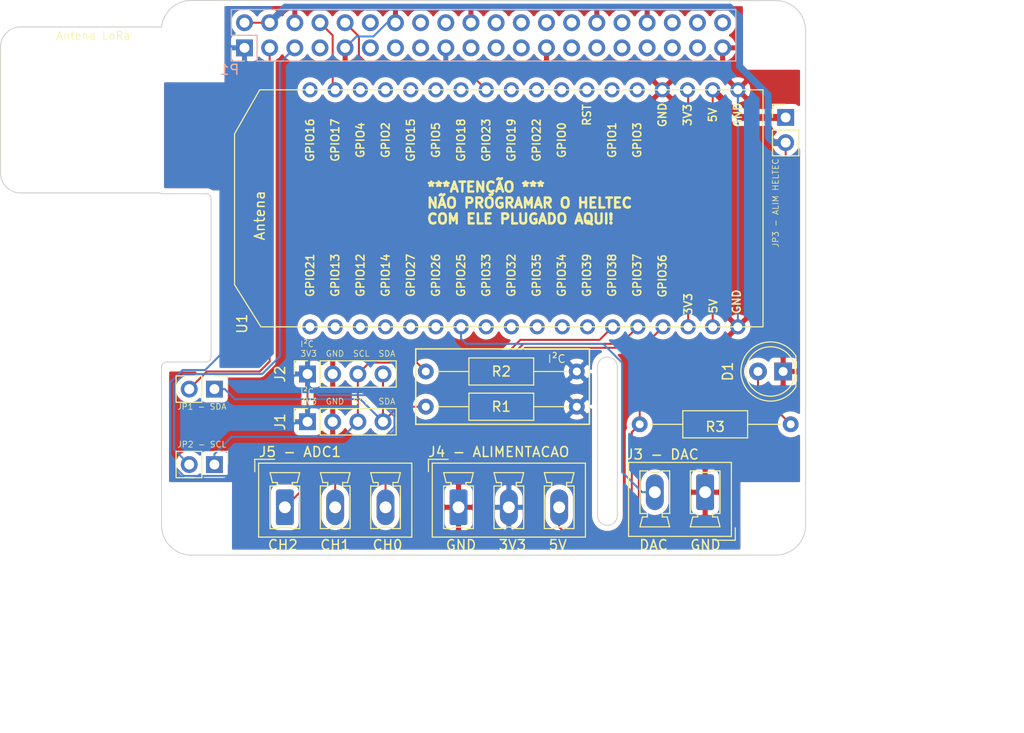
<source format=kicad_pcb>
(kicad_pcb (version 20171130) (host pcbnew 5.1.5+dfsg1-2build2)
  (title_block (date "15 nov 2012"))
  (layers (0 F.Cu signal) (31 B.Cu signal) (34 B.Paste user) (35 F.Paste user) (36 B.SilkS user) (37 F.SilkS user) (38 B.Mask user) (39 F.Mask user) (44 Edge.Cuts user))
  (net 0 "")
  (net 1 +3V3)
  (net 2 +5V)
  (net 3 GND)
  (net 4 "/GPIO2(SDA1)")
  (net 5 "/GPIO3(SCL1)")
  (net 6 "Net-(D1-Pad2)")
  (net 7 I2C_SCL)
  (net 8 I2C_SDA)
  (net 9 DAC_OUTPUT)
  (net 10 ADC1_CH_2)
  (net 11 ADC1_CH_1)
  (net 12 ADC1_CH_0)
  (net 13 "Net-(JP3-Pad1)")
  (net 14 HELTEC_RX)
  (net 15 HELTEC_TX)
  (net 16 "Net-(U1-Pad3)")
  (module MountingHole:MountingHole_6.5mm (layer F.Cu) (at 193.126 105.042)
    (fp_text reference "Antena LoRa" (at 0 -7.5) (layer F.SilkS) (effects (font (size 0.8 0.8) (thickness 0.07))))
    (fp_text value MountingHole_6.5mm)
    (pad "" np_thru_hole circle (at 0 0) (size 7 7) (drill 7) (layers *.Cu *.Mask))
  )
  (module Connector_PinSocket_2.54mm:PinSocket_2x20_P2.54mm_Vertical (layer B.Cu) (at 208.37 98.77 270)
    (fp_text reference P1 (at 2.208 1.512) (layer B.SilkS) (effects (justify mirror)))
    (fp_text value Conn_02x20_Odd_Even)
    (fp_line (start -3.87 1.33) (end -1.27 1.33) (layer B.SilkS) (width 0.12))
    (fp_line (start -3.87 1.33) (end -3.87 -49.59) (layer B.SilkS) (width 0.12))
    (fp_line (start -3.87 -49.59) (end 1.33 -49.59) (layer B.SilkS) (width 0.12))
    (fp_line (start 1.33 -1.27) (end 1.33 -49.59) (layer B.SilkS) (width 0.12))
    (fp_line (start -1.27 -1.27) (end 1.33 -1.27) (layer B.SilkS) (width 0.12))
    (fp_line (start -1.27 1.33) (end -1.27 -1.27) (layer B.SilkS) (width 0.12))
    (fp_line (start 1.33 1.33) (end 1.33 0) (layer B.SilkS) (width 0.12))
    (fp_line (start 0 1.33) (end 1.33 1.33) (layer B.SilkS) (width 0.12))
    (pad 1 thru_hole rect (at 0 0 270) (size 1.7 1.7) (drill 1) (layers *.Cu *.Mask) (net 1 +3V3))
    (pad 2 thru_hole oval (at -2.54 0 270) (size 1.7 1.7) (drill 1) (layers *.Cu *.Mask) (net 2 +5V))
    (pad 3 thru_hole oval (at 0 -2.54 270) (size 1.7 1.7) (drill 1) (layers *.Cu *.Mask) (net 4 "/GPIO2(SDA1)"))
    (pad 4 thru_hole oval (at -2.54 -2.54 270) (size 1.7 1.7) (drill 1) (layers *.Cu *.Mask) (net 2 +5V))
    (pad 5 thru_hole oval (at 0 -5.08 270) (size 1.7 1.7) (drill 1) (layers *.Cu *.Mask) (net 5 "/GPIO3(SCL1)"))
    (pad 6 thru_hole oval (at -2.54 -5.08 270) (size 1.7 1.7) (drill 1) (layers *.Cu *.Mask) (net 3 GND))
    (pad 7 thru_hole oval (at 0 -7.62 270) (size 1.7 1.7) (drill 1) (layers *.Cu *.Mask))
    (pad 8 thru_hole oval (at -2.54 -7.62 270) (size 1.7 1.7) (drill 1) (layers *.Cu *.Mask) (net 14 HELTEC_RX))
    (pad 9 thru_hole oval (at 0 -10.16 270) (size 1.7 1.7) (drill 1) (layers *.Cu *.Mask) (net 3 GND))
    (pad 10 thru_hole oval (at -2.54 -10.16 270) (size 1.7 1.7) (drill 1) (layers *.Cu *.Mask) (net 15 HELTEC_TX))
    (pad 11 thru_hole oval (at 0 -12.7 270) (size 1.7 1.7) (drill 1) (layers *.Cu *.Mask))
    (pad 12 thru_hole oval (at -2.54 -12.7 270) (size 1.7 1.7) (drill 1) (layers *.Cu *.Mask))
    (pad 13 thru_hole oval (at 0 -15.24 270) (size 1.7 1.7) (drill 1) (layers *.Cu *.Mask))
    (pad 14 thru_hole oval (at -2.54 -15.24 270) (size 1.7 1.7) (drill 1) (layers *.Cu *.Mask) (net 3 GND))
    (pad 15 thru_hole oval (at 0 -17.78 270) (size 1.7 1.7) (drill 1) (layers *.Cu *.Mask))
    (pad 16 thru_hole oval (at -2.54 -17.78 270) (size 1.7 1.7) (drill 1) (layers *.Cu *.Mask))
    (pad 17 thru_hole oval (at 0 -20.32 270) (size 1.7 1.7) (drill 1) (layers *.Cu *.Mask) (net 1 +3V3))
    (pad 18 thru_hole oval (at -2.54 -20.32 270) (size 1.7 1.7) (drill 1) (layers *.Cu *.Mask))
    (pad 19 thru_hole oval (at 0 -22.86 270) (size 1.7 1.7) (drill 1) (layers *.Cu *.Mask))
    (pad 20 thru_hole oval (at -2.54 -22.86 270) (size 1.7 1.7) (drill 1) (layers *.Cu *.Mask) (net 3 GND))
    (pad 21 thru_hole oval (at 0 -25.4 270) (size 1.7 1.7) (drill 1) (layers *.Cu *.Mask))
    (pad 22 thru_hole oval (at -2.54 -25.4 270) (size 1.7 1.7) (drill 1) (layers *.Cu *.Mask))
    (pad 23 thru_hole oval (at 0 -27.94 270) (size 1.7 1.7) (drill 1) (layers *.Cu *.Mask))
    (pad 24 thru_hole oval (at -2.54 -27.94 270) (size 1.7 1.7) (drill 1) (layers *.Cu *.Mask))
    (pad 25 thru_hole oval (at 0 -30.48 270) (size 1.7 1.7) (drill 1) (layers *.Cu *.Mask) (net 3 GND))
    (pad 26 thru_hole oval (at -2.54 -30.48 270) (size 1.7 1.7) (drill 1) (layers *.Cu *.Mask))
    (pad 27 thru_hole oval (at 0 -33.02 270) (size 1.7 1.7) (drill 1) (layers *.Cu *.Mask))
    (pad 28 thru_hole oval (at -2.54 -33.02 270) (size 1.7 1.7) (drill 1) (layers *.Cu *.Mask))
    (pad 29 thru_hole oval (at 0 -35.56 270) (size 1.7 1.7) (drill 1) (layers *.Cu *.Mask))
    (pad 30 thru_hole oval (at -2.54 -35.56 270) (size 1.7 1.7) (drill 1) (layers *.Cu *.Mask) (net 3 GND))
    (pad 31 thru_hole oval (at 0 -38.1 270) (size 1.7 1.7) (drill 1) (layers *.Cu *.Mask))
    (pad 32 thru_hole oval (at -2.54 -38.1 270) (size 1.7 1.7) (drill 1) (layers *.Cu *.Mask))
    (pad 33 thru_hole oval (at 0 -40.64 270) (size 1.7 1.7) (drill 1) (layers *.Cu *.Mask))
    (pad 34 thru_hole oval (at -2.54 -40.64 270) (size 1.7 1.7) (drill 1) (layers *.Cu *.Mask) (net 3 GND))
    (pad 35 thru_hole oval (at 0 -43.18 270) (size 1.7 1.7) (drill 1) (layers *.Cu *.Mask))
    (pad 36 thru_hole oval (at -2.54 -43.18 270) (size 1.7 1.7) (drill 1) (layers *.Cu *.Mask))
    (pad 37 thru_hole oval (at 0 -45.72 270) (size 1.7 1.7) (drill 1) (layers *.Cu *.Mask))
    (pad 38 thru_hole oval (at -2.54 -45.72 270) (size 1.7 1.7) (drill 1) (layers *.Cu *.Mask))
    (pad 39 thru_hole oval (at 0 -48.26 270) (size 1.7 1.7) (drill 1) (layers *.Cu *.Mask) (net 3 GND))
    (pad 40 thru_hole oval (at -2.54 -48.26 270) (size 1.7 1.7) (drill 1) (layers *.Cu *.Mask))
  )
  (module MountingHole:MountingHole_2.7mm_M2.5 (layer F.Cu) (at 261.5 146.5)
    (fp_text reference " " (at 0 -3.7) (layer F.SilkS))
    (fp_text value M2.5)
    (pad 1 np_thru_hole circle (at 0 0) (size 2.7 2.7) (drill 2.7) (layers *.Cu *.Mask))
  )
  (module MountingHole:MountingHole_2.7mm_M2.5 (layer F.Cu) (at 203.5 146.5)
    (fp_text reference " " (at 0.056 -3.104) (layer F.SilkS))
    (fp_text value M2.5)
    (pad 1 np_thru_hole circle (at 0 0) (size 2.7 2.7) (drill 2.7) (layers *.Cu *.Mask))
  )
  (module MountingHole:MountingHole_2.7mm_M2.5 (layer F.Cu) (at 261.5 97.5 180)
    (fp_text reference " " (at 0 -3.7 180) (layer F.SilkS))
    (fp_text value M2.5)
    (pad 1 np_thru_hole circle (at 0 0 180) (size 2.7 2.7) (drill 2.7) (layers *.Cu *.Mask))
  )
  (module MountingHole:MountingHole_2.7mm_M2.5 (layer F.Cu) (at 203.5 97.5 180)
    (fp_text reference " " (at 0 -3.7 180) (layer F.SilkS))
    (fp_text value M2.5)
    (pad 1 np_thru_hole circle (at 0 0 180) (size 2.7 2.7) (drill 2.7) (layers *.Cu *.Mask))
  )
  (module LED_THT:LED_D5.0mm_Clear (layer F.Cu) (at 262.738 131.458 180)
    (fp_text reference D1 (at 5.588 0 270) (layer F.SilkS))
    (fp_text value LED_PWR_UP)
    (fp_line (start -1.29 -1.545) (end -1.29 1.545) (layer F.SilkS) (width 0.12))
    (fp_circle (center 1.27 0) (end 3.77 0) (layer F.SilkS) (width 0.12))
    (fp_arc (start 1.27 0) (end -1.29 -1.54483) (angle 148.9) (layer F.SilkS) (width 0.12))
    (fp_arc (start 1.27 0) (end -1.29 1.54483) (angle -148.9) (layer F.SilkS) (width 0.12))
    (pad 1 thru_hole rect (at 0 0 180) (size 1.8 1.8) (drill 0.9) (layers *.Cu *.Mask) (net 3 GND))
    (pad 2 thru_hole circle (at 2.54 0 180) (size 1.8 1.8) (drill 0.9) (layers *.Cu *.Mask) (net 6 "Net-(D1-Pad2)"))
  )
  (module Connector_PinSocket_2.54mm:PinSocket_1x04_P2.54mm_Vertical (layer F.Cu) (at 214.732 136.538 90)
    (fp_text reference J1 (at 0 -2.77 90) (layer F.SilkS))
    (fp_text value Conn_I2C_1)
    (fp_line (start -1.33 1.27) (end 1.33 1.27) (layer F.SilkS) (width 0.12))
    (fp_line (start -1.33 1.27) (end -1.33 8.95) (layer F.SilkS) (width 0.12))
    (fp_line (start -1.33 8.95) (end 1.33 8.95) (layer F.SilkS) (width 0.12))
    (fp_line (start 1.33 1.27) (end 1.33 8.95) (layer F.SilkS) (width 0.12))
    (fp_line (start 1.33 -1.33) (end 1.33 0) (layer F.SilkS) (width 0.12))
    (fp_line (start 0 -1.33) (end 1.33 -1.33) (layer F.SilkS) (width 0.12))
    (pad 1 thru_hole rect (at 0 0 90) (size 1.7 1.7) (drill 1) (layers *.Cu *.Mask) (net 1 +3V3))
    (pad 2 thru_hole oval (at 0 2.54 90) (size 1.7 1.7) (drill 1) (layers *.Cu *.Mask) (net 3 GND))
    (pad 3 thru_hole oval (at 0 5.08 90) (size 1.7 1.7) (drill 1) (layers *.Cu *.Mask) (net 7 I2C_SCL))
    (pad 4 thru_hole oval (at 0 7.62 90) (size 1.7 1.7) (drill 1) (layers *.Cu *.Mask) (net 8 I2C_SDA))
  )
  (module Connector_PinSocket_2.54mm:PinSocket_1x04_P2.54mm_Vertical (layer F.Cu) (at 214.732 131.712 90)
    (fp_text reference J2 (at 0 -2.77 90) (layer F.SilkS))
    (fp_text value Conn_I2C_2)
    (fp_line (start 0 -1.33) (end 1.33 -1.33) (layer F.SilkS) (width 0.12))
    (fp_line (start 1.33 -1.33) (end 1.33 0) (layer F.SilkS) (width 0.12))
    (fp_line (start 1.33 1.27) (end 1.33 8.95) (layer F.SilkS) (width 0.12))
    (fp_line (start -1.33 8.95) (end 1.33 8.95) (layer F.SilkS) (width 0.12))
    (fp_line (start -1.33 1.27) (end -1.33 8.95) (layer F.SilkS) (width 0.12))
    (fp_line (start -1.33 1.27) (end 1.33 1.27) (layer F.SilkS) (width 0.12))
    (pad 4 thru_hole oval (at 0 7.62 90) (size 1.7 1.7) (drill 1) (layers *.Cu *.Mask) (net 8 I2C_SDA))
    (pad 3 thru_hole oval (at 0 5.08 90) (size 1.7 1.7) (drill 1) (layers *.Cu *.Mask) (net 7 I2C_SCL))
    (pad 2 thru_hole oval (at 0 2.54 90) (size 1.7 1.7) (drill 1) (layers *.Cu *.Mask) (net 3 GND))
    (pad 1 thru_hole rect (at 0 0 90) (size 1.7 1.7) (drill 1) (layers *.Cu *.Mask) (net 1 +3V3))
  )
  (module Connector_Phoenix_MC_HighVoltage:PhoenixContact_MCV_1,5_2-G-5.08_1x02_P5.08mm_Vertical (layer F.Cu) (at 254.864 143.65 180)
    (fp_text reference "J3 - DAC" (at 4.318 3.81 180) (layer F.SilkS))
    (fp_text value CONN_DAC2)
    (fp_arc (start 0 3.85) (end -0.75 2.15) (angle 47.6) (layer F.SilkS) (width 0.12))
    (fp_arc (start 5.08 3.85) (end 4.33 2.15) (angle 47.6) (layer F.SilkS) (width 0.12))
    (fp_line (start -2.65 -4.46) (end -2.65 3.01) (layer F.SilkS) (width 0.12))
    (fp_line (start -2.65 3.01) (end 7.73 3.01) (layer F.SilkS) (width 0.12))
    (fp_line (start 7.73 3.01) (end 7.73 -4.46) (layer F.SilkS) (width 0.12))
    (fp_line (start 7.73 -4.46) (end -2.65 -4.46) (layer F.SilkS) (width 0.12))
    (fp_line (start -0.75 2.15) (end -1.5 2.15) (layer F.SilkS) (width 0.12))
    (fp_line (start -1.5 2.15) (end -1.5 -2.15) (layer F.SilkS) (width 0.12))
    (fp_line (start -1.5 -2.15) (end -0.75 -2.15) (layer F.SilkS) (width 0.12))
    (fp_line (start -0.75 -2.15) (end -0.75 -2.5) (layer F.SilkS) (width 0.12))
    (fp_line (start -0.75 -2.5) (end -1.25 -2.5) (layer F.SilkS) (width 0.12))
    (fp_line (start -1.25 -2.5) (end -1.5 -3.5) (layer F.SilkS) (width 0.12))
    (fp_line (start -1.5 -3.5) (end 1.5 -3.5) (layer F.SilkS) (width 0.12))
    (fp_line (start 1.5 -3.5) (end 1.25 -2.5) (layer F.SilkS) (width 0.12))
    (fp_line (start 1.25 -2.5) (end 0.75 -2.5) (layer F.SilkS) (width 0.12))
    (fp_line (start 0.75 -2.5) (end 0.75 -2.15) (layer F.SilkS) (width 0.12))
    (fp_line (start 0.75 -2.15) (end 1.5 -2.15) (layer F.SilkS) (width 0.12))
    (fp_line (start 1.5 -2.15) (end 1.5 2.15) (layer F.SilkS) (width 0.12))
    (fp_line (start 1.5 2.15) (end 0.75 2.15) (layer F.SilkS) (width 0.12))
    (fp_line (start 4.33 2.15) (end 3.58 2.15) (layer F.SilkS) (width 0.12))
    (fp_line (start 3.58 2.15) (end 3.58 -2.15) (layer F.SilkS) (width 0.12))
    (fp_line (start 3.58 -2.15) (end 4.33 -2.15) (layer F.SilkS) (width 0.12))
    (fp_line (start 4.33 -2.15) (end 4.33 -2.5) (layer F.SilkS) (width 0.12))
    (fp_line (start 4.33 -2.5) (end 3.83 -2.5) (layer F.SilkS) (width 0.12))
    (fp_line (start 3.83 -2.5) (end 3.58 -3.5) (layer F.SilkS) (width 0.12))
    (fp_line (start 3.58 -3.5) (end 6.58 -3.5) (layer F.SilkS) (width 0.12))
    (fp_line (start 6.58 -3.5) (end 6.33 -2.5) (layer F.SilkS) (width 0.12))
    (fp_line (start 6.33 -2.5) (end 5.83 -2.5) (layer F.SilkS) (width 0.12))
    (fp_line (start 5.83 -2.5) (end 5.83 -2.15) (layer F.SilkS) (width 0.12))
    (fp_line (start 5.83 -2.15) (end 6.58 -2.15) (layer F.SilkS) (width 0.12))
    (fp_line (start 6.58 -2.15) (end 6.58 2.15) (layer F.SilkS) (width 0.12))
    (fp_line (start 6.58 2.15) (end 5.83 2.15) (layer F.SilkS) (width 0.12))
    (fp_line (start -3.04 -3.6) (end -3.04 -4.85) (layer F.SilkS) (width 0.12))
    (fp_line (start -3.04 -4.85) (end -1.04 -4.85) (layer F.SilkS) (width 0.12))
    (pad 1 thru_hole roundrect (at 0 0 180) (size 1.8 3.6) (drill 1.2) (layers *.Cu *.Mask) (roundrect_rratio 0.138889) (net 3 GND))
    (pad 2 thru_hole oval (at 5.08 0 180) (size 1.8 3.6) (drill 1.2) (layers *.Cu *.Mask) (net 9 DAC_OUTPUT))
  )
  (module Connector_Phoenix_MC_HighVoltage:PhoenixContact_MCV_1,5_3-G-5.08_1x03_P5.08mm_Vertical (layer F.Cu) (at 229.972 145.174)
    (fp_text reference "J4 - ALIMENTACAO" (at 4.064 -5.588) (layer F.SilkS))
    (fp_text value Conn_Alim)
    (fp_line (start -3.04 -4.85) (end -1.04 -4.85) (layer F.SilkS) (width 0.12))
    (fp_line (start -3.04 -3.6) (end -3.04 -4.85) (layer F.SilkS) (width 0.12))
    (fp_line (start 11.66 2.15) (end 10.91 2.15) (layer F.SilkS) (width 0.12))
    (fp_line (start 11.66 -2.15) (end 11.66 2.15) (layer F.SilkS) (width 0.12))
    (fp_line (start 10.91 -2.15) (end 11.66 -2.15) (layer F.SilkS) (width 0.12))
    (fp_line (start 10.91 -2.5) (end 10.91 -2.15) (layer F.SilkS) (width 0.12))
    (fp_line (start 11.41 -2.5) (end 10.91 -2.5) (layer F.SilkS) (width 0.12))
    (fp_line (start 11.66 -3.5) (end 11.41 -2.5) (layer F.SilkS) (width 0.12))
    (fp_line (start 8.66 -3.5) (end 11.66 -3.5) (layer F.SilkS) (width 0.12))
    (fp_line (start 8.91 -2.5) (end 8.66 -3.5) (layer F.SilkS) (width 0.12))
    (fp_line (start 9.41 -2.5) (end 8.91 -2.5) (layer F.SilkS) (width 0.12))
    (fp_line (start 9.41 -2.15) (end 9.41 -2.5) (layer F.SilkS) (width 0.12))
    (fp_line (start 8.66 -2.15) (end 9.41 -2.15) (layer F.SilkS) (width 0.12))
    (fp_line (start 8.66 2.15) (end 8.66 -2.15) (layer F.SilkS) (width 0.12))
    (fp_line (start 9.41 2.15) (end 8.66 2.15) (layer F.SilkS) (width 0.12))
    (fp_line (start 6.58 2.15) (end 5.83 2.15) (layer F.SilkS) (width 0.12))
    (fp_line (start 6.58 -2.15) (end 6.58 2.15) (layer F.SilkS) (width 0.12))
    (fp_line (start 5.83 -2.15) (end 6.58 -2.15) (layer F.SilkS) (width 0.12))
    (fp_line (start 5.83 -2.5) (end 5.83 -2.15) (layer F.SilkS) (width 0.12))
    (fp_line (start 6.33 -2.5) (end 5.83 -2.5) (layer F.SilkS) (width 0.12))
    (fp_line (start 6.58 -3.5) (end 6.33 -2.5) (layer F.SilkS) (width 0.12))
    (fp_line (start 3.58 -3.5) (end 6.58 -3.5) (layer F.SilkS) (width 0.12))
    (fp_line (start 3.83 -2.5) (end 3.58 -3.5) (layer F.SilkS) (width 0.12))
    (fp_line (start 4.33 -2.5) (end 3.83 -2.5) (layer F.SilkS) (width 0.12))
    (fp_line (start 4.33 -2.15) (end 4.33 -2.5) (layer F.SilkS) (width 0.12))
    (fp_line (start 3.58 -2.15) (end 4.33 -2.15) (layer F.SilkS) (width 0.12))
    (fp_line (start 3.58 2.15) (end 3.58 -2.15) (layer F.SilkS) (width 0.12))
    (fp_line (start 4.33 2.15) (end 3.58 2.15) (layer F.SilkS) (width 0.12))
    (fp_line (start 1.5 2.15) (end 0.75 2.15) (layer F.SilkS) (width 0.12))
    (fp_line (start 1.5 -2.15) (end 1.5 2.15) (layer F.SilkS) (width 0.12))
    (fp_line (start 0.75 -2.15) (end 1.5 -2.15) (layer F.SilkS) (width 0.12))
    (fp_line (start 0.75 -2.5) (end 0.75 -2.15) (layer F.SilkS) (width 0.12))
    (fp_line (start 1.25 -2.5) (end 0.75 -2.5) (layer F.SilkS) (width 0.12))
    (fp_line (start 1.5 -3.5) (end 1.25 -2.5) (layer F.SilkS) (width 0.12))
    (fp_line (start -1.5 -3.5) (end 1.5 -3.5) (layer F.SilkS) (width 0.12))
    (fp_line (start -1.25 -2.5) (end -1.5 -3.5) (layer F.SilkS) (width 0.12))
    (fp_line (start -0.75 -2.5) (end -1.25 -2.5) (layer F.SilkS) (width 0.12))
    (fp_line (start -0.75 -2.15) (end -0.75 -2.5) (layer F.SilkS) (width 0.12))
    (fp_line (start -1.5 -2.15) (end -0.75 -2.15) (layer F.SilkS) (width 0.12))
    (fp_line (start -1.5 2.15) (end -1.5 -2.15) (layer F.SilkS) (width 0.12))
    (fp_line (start -0.75 2.15) (end -1.5 2.15) (layer F.SilkS) (width 0.12))
    (fp_line (start 12.81 -4.46) (end -2.65 -4.46) (layer F.SilkS) (width 0.12))
    (fp_line (start 12.81 3.01) (end 12.81 -4.46) (layer F.SilkS) (width 0.12))
    (fp_line (start -2.65 3.01) (end 12.81 3.01) (layer F.SilkS) (width 0.12))
    (fp_line (start -2.65 -4.46) (end -2.65 3.01) (layer F.SilkS) (width 0.12))
    (fp_arc (start 10.16 3.85) (end 9.41 2.15) (angle 47.6) (layer F.SilkS) (width 0.12))
    (fp_arc (start 5.08 3.85) (end 4.33 2.15) (angle 47.6) (layer F.SilkS) (width 0.12))
    (fp_arc (start 0 3.85) (end -0.75 2.15) (angle 47.6) (layer F.SilkS) (width 0.12))
    (pad 3 thru_hole oval (at 10.16 0) (size 1.8 3.6) (drill 1.2) (layers *.Cu *.Mask) (net 2 +5V))
    (pad 2 thru_hole oval (at 5.08 0) (size 1.8 3.6) (drill 1.2) (layers *.Cu *.Mask) (net 1 +3V3))
    (pad 1 thru_hole roundrect (at 0 0) (size 1.8 3.6) (drill 1.2) (layers *.Cu *.Mask) (roundrect_rratio 0.138889) (net 3 GND))
  )
  (module Connector_Phoenix_MC_HighVoltage:PhoenixContact_MCV_1,5_3-G-5.08_1x03_P5.08mm_Vertical (layer F.Cu) (at 212.446 145.174)
    (fp_text reference "J5 - ADC1" (at 1.524 -5.588) (layer F.SilkS))
    (fp_text value Con_ADC1)
    (fp_arc (start 0 3.85) (end -0.75 2.15) (angle 47.6) (layer F.SilkS) (width 0.12))
    (fp_arc (start 5.08 3.85) (end 4.33 2.15) (angle 47.6) (layer F.SilkS) (width 0.12))
    (fp_arc (start 10.16 3.85) (end 9.41 2.15) (angle 47.6) (layer F.SilkS) (width 0.12))
    (fp_line (start -2.65 -4.46) (end -2.65 3.01) (layer F.SilkS) (width 0.12))
    (fp_line (start -2.65 3.01) (end 12.81 3.01) (layer F.SilkS) (width 0.12))
    (fp_line (start 12.81 3.01) (end 12.81 -4.46) (layer F.SilkS) (width 0.12))
    (fp_line (start 12.81 -4.46) (end -2.65 -4.46) (layer F.SilkS) (width 0.12))
    (fp_line (start -0.75 2.15) (end -1.5 2.15) (layer F.SilkS) (width 0.12))
    (fp_line (start -1.5 2.15) (end -1.5 -2.15) (layer F.SilkS) (width 0.12))
    (fp_line (start -1.5 -2.15) (end -0.75 -2.15) (layer F.SilkS) (width 0.12))
    (fp_line (start -0.75 -2.15) (end -0.75 -2.5) (layer F.SilkS) (width 0.12))
    (fp_line (start -0.75 -2.5) (end -1.25 -2.5) (layer F.SilkS) (width 0.12))
    (fp_line (start -1.25 -2.5) (end -1.5 -3.5) (layer F.SilkS) (width 0.12))
    (fp_line (start -1.5 -3.5) (end 1.5 -3.5) (layer F.SilkS) (width 0.12))
    (fp_line (start 1.5 -3.5) (end 1.25 -2.5) (layer F.SilkS) (width 0.12))
    (fp_line (start 1.25 -2.5) (end 0.75 -2.5) (layer F.SilkS) (width 0.12))
    (fp_line (start 0.75 -2.5) (end 0.75 -2.15) (layer F.SilkS) (width 0.12))
    (fp_line (start 0.75 -2.15) (end 1.5 -2.15) (layer F.SilkS) (width 0.12))
    (fp_line (start 1.5 -2.15) (end 1.5 2.15) (layer F.SilkS) (width 0.12))
    (fp_line (start 1.5 2.15) (end 0.75 2.15) (layer F.SilkS) (width 0.12))
    (fp_line (start 4.33 2.15) (end 3.58 2.15) (layer F.SilkS) (width 0.12))
    (fp_line (start 3.58 2.15) (end 3.58 -2.15) (layer F.SilkS) (width 0.12))
    (fp_line (start 3.58 -2.15) (end 4.33 -2.15) (layer F.SilkS) (width 0.12))
    (fp_line (start 4.33 -2.15) (end 4.33 -2.5) (layer F.SilkS) (width 0.12))
    (fp_line (start 4.33 -2.5) (end 3.83 -2.5) (layer F.SilkS) (width 0.12))
    (fp_line (start 3.83 -2.5) (end 3.58 -3.5) (layer F.SilkS) (width 0.12))
    (fp_line (start 3.58 -3.5) (end 6.58 -3.5) (layer F.SilkS) (width 0.12))
    (fp_line (start 6.58 -3.5) (end 6.33 -2.5) (layer F.SilkS) (width 0.12))
    (fp_line (start 6.33 -2.5) (end 5.83 -2.5) (layer F.SilkS) (width 0.12))
    (fp_line (start 5.83 -2.5) (end 5.83 -2.15) (layer F.SilkS) (width 0.12))
    (fp_line (start 5.83 -2.15) (end 6.58 -2.15) (layer F.SilkS) (width 0.12))
    (fp_line (start 6.58 -2.15) (end 6.58 2.15) (layer F.SilkS) (width 0.12))
    (fp_line (start 6.58 2.15) (end 5.83 2.15) (layer F.SilkS) (width 0.12))
    (fp_line (start 9.41 2.15) (end 8.66 2.15) (layer F.SilkS) (width 0.12))
    (fp_line (start 8.66 2.15) (end 8.66 -2.15) (layer F.SilkS) (width 0.12))
    (fp_line (start 8.66 -2.15) (end 9.41 -2.15) (layer F.SilkS) (width 0.12))
    (fp_line (start 9.41 -2.15) (end 9.41 -2.5) (layer F.SilkS) (width 0.12))
    (fp_line (start 9.41 -2.5) (end 8.91 -2.5) (layer F.SilkS) (width 0.12))
    (fp_line (start 8.91 -2.5) (end 8.66 -3.5) (layer F.SilkS) (width 0.12))
    (fp_line (start 8.66 -3.5) (end 11.66 -3.5) (layer F.SilkS) (width 0.12))
    (fp_line (start 11.66 -3.5) (end 11.41 -2.5) (layer F.SilkS) (width 0.12))
    (fp_line (start 11.41 -2.5) (end 10.91 -2.5) (layer F.SilkS) (width 0.12))
    (fp_line (start 10.91 -2.5) (end 10.91 -2.15) (layer F.SilkS) (width 0.12))
    (fp_line (start 10.91 -2.15) (end 11.66 -2.15) (layer F.SilkS) (width 0.12))
    (fp_line (start 11.66 -2.15) (end 11.66 2.15) (layer F.SilkS) (width 0.12))
    (fp_line (start 11.66 2.15) (end 10.91 2.15) (layer F.SilkS) (width 0.12))
    (fp_line (start -3.04 -3.6) (end -3.04 -4.85) (layer F.SilkS) (width 0.12))
    (fp_line (start -3.04 -4.85) (end -1.04 -4.85) (layer F.SilkS) (width 0.12))
    (pad 1 thru_hole roundrect (at 0 0) (size 1.8 3.6) (drill 1.2) (layers *.Cu *.Mask) (roundrect_rratio 0.138889) (net 10 ADC1_CH_2))
    (pad 2 thru_hole oval (at 5.08 0) (size 1.8 3.6) (drill 1.2) (layers *.Cu *.Mask) (net 11 ADC1_CH_1))
    (pad 3 thru_hole oval (at 10.16 0) (size 1.8 3.6) (drill 1.2) (layers *.Cu *.Mask) (net 12 ADC1_CH_0))
  )
  (module Connector_PinHeader_2.54mm:PinHeader_1x02_P2.54mm_Vertical (layer F.Cu) (at 205.334 133.236 270)
    (fp_text reference "JP1 - SDA" (at 1.778 1.27 180) (layer F.SilkS) (effects (font (size 0.6 0.6) (thickness 0.07))))
    (fp_text value JMP_I2C_SDA)
    (fp_line (start -1.33 3.87) (end 1.33 3.87) (layer F.SilkS) (width 0.12))
    (fp_line (start -1.33 1.27) (end -1.33 3.87) (layer F.SilkS) (width 0.12))
    (fp_line (start 1.33 1.27) (end 1.33 3.87) (layer F.SilkS) (width 0.12))
    (fp_line (start -1.33 1.27) (end 1.33 1.27) (layer F.SilkS) (width 0.12))
    (fp_line (start -1.33 0) (end -1.33 -1.33) (layer F.SilkS) (width 0.12))
    (fp_line (start -1.33 -1.33) (end 0 -1.33) (layer F.SilkS) (width 0.12))
    (pad 1 thru_hole rect (at 0 0 270) (size 1.7 1.7) (drill 1) (layers *.Cu *.Mask) (net 8 I2C_SDA))
    (pad 2 thru_hole oval (at 0 2.54 270) (size 1.7 1.7) (drill 1) (layers *.Cu *.Mask) (net 4 "/GPIO2(SDA1)"))
  )
  (module Connector_PinHeader_2.54mm:PinHeader_1x02_P2.54mm_Vertical (layer F.Cu) (at 205.334 140.856 270)
    (fp_text reference "JP2 - SCL" (at -2.032 1.27 180) (layer F.SilkS) (effects (font (size 0.6 0.6) (thickness 0.07))))
    (fp_text value JMP_I2C_SCL)
    (fp_line (start -1.33 -1.33) (end 0 -1.33) (layer F.SilkS) (width 0.12))
    (fp_line (start -1.33 0) (end -1.33 -1.33) (layer F.SilkS) (width 0.12))
    (fp_line (start -1.33 1.27) (end 1.33 1.27) (layer F.SilkS) (width 0.12))
    (fp_line (start 1.33 1.27) (end 1.33 3.87) (layer F.SilkS) (width 0.12))
    (fp_line (start -1.33 1.27) (end -1.33 3.87) (layer F.SilkS) (width 0.12))
    (fp_line (start -1.33 3.87) (end 1.33 3.87) (layer F.SilkS) (width 0.12))
    (pad 2 thru_hole oval (at 0 2.54 270) (size 1.7 1.7) (drill 1) (layers *.Cu *.Mask) (net 5 "/GPIO3(SCL1)"))
    (pad 1 thru_hole rect (at 0 0 270) (size 1.7 1.7) (drill 1) (layers *.Cu *.Mask) (net 7 I2C_SCL))
  )
  (module Connector_PinHeader_2.54mm:PinHeader_1x02_P2.54mm_Vertical (layer F.Cu) (at 262.992 105.804)
    (fp_text reference "JP3 - ALIM HELTEC" (at -1.016 8.636 90) (layer F.SilkS) (effects (font (size 0.6 0.6) (thickness 0.07))))
    (fp_text value JMP_ALIM_HELTEC)
    (fp_line (start -1.33 3.87) (end 1.33 3.87) (layer F.SilkS) (width 0.12))
    (fp_line (start -1.33 1.27) (end -1.33 3.87) (layer F.SilkS) (width 0.12))
    (fp_line (start 1.33 1.27) (end 1.33 3.87) (layer F.SilkS) (width 0.12))
    (fp_line (start -1.33 1.27) (end 1.33 1.27) (layer F.SilkS) (width 0.12))
    (fp_line (start -1.33 0) (end -1.33 -1.33) (layer F.SilkS) (width 0.12))
    (fp_line (start -1.33 -1.33) (end 0 -1.33) (layer F.SilkS) (width 0.12))
    (pad 1 thru_hole rect (at 0 0) (size 1.7 1.7) (drill 1) (layers *.Cu *.Mask) (net 13 "Net-(JP3-Pad1)"))
    (pad 2 thru_hole oval (at 0 2.54) (size 1.7 1.7) (drill 1) (layers *.Cu *.Mask) (net 2 +5V))
  )
  (module Resistor_THT:R_Axial_DIN0207_L6.3mm_D2.5mm_P15.24mm_Horizontal (layer F.Cu) (at 241.91 135.014 180)
    (fp_text reference R1 (at 7.62 0) (layer F.SilkS))
    (fp_text value 470R)
    (fp_line (start 14.2 0) (end 10.89 0) (layer F.SilkS) (width 0.12))
    (fp_line (start 1.04 0) (end 4.35 0) (layer F.SilkS) (width 0.12))
    (fp_line (start 10.89 -1.37) (end 4.35 -1.37) (layer F.SilkS) (width 0.12))
    (fp_line (start 10.89 1.37) (end 10.89 -1.37) (layer F.SilkS) (width 0.12))
    (fp_line (start 4.35 1.37) (end 10.89 1.37) (layer F.SilkS) (width 0.12))
    (fp_line (start 4.35 -1.37) (end 4.35 1.37) (layer F.SilkS) (width 0.12))
    (pad 2 thru_hole oval (at 15.24 0 180) (size 1.6 1.6) (drill 0.8) (layers *.Cu *.Mask) (net 8 I2C_SDA))
    (pad 1 thru_hole circle (at 0 0 180) (size 1.6 1.6) (drill 0.8) (layers *.Cu *.Mask) (net 1 +3V3))
  )
  (module Resistor_THT:R_Axial_DIN0207_L6.3mm_D2.5mm_P15.24mm_Horizontal (layer F.Cu) (at 241.91 131.458 180)
    (fp_text reference R2 (at 7.62 0) (layer F.SilkS))
    (fp_text value 470R)
    (fp_line (start 4.35 -1.37) (end 4.35 1.37) (layer F.SilkS) (width 0.12))
    (fp_line (start 4.35 1.37) (end 10.89 1.37) (layer F.SilkS) (width 0.12))
    (fp_line (start 10.89 1.37) (end 10.89 -1.37) (layer F.SilkS) (width 0.12))
    (fp_line (start 10.89 -1.37) (end 4.35 -1.37) (layer F.SilkS) (width 0.12))
    (fp_line (start 1.04 0) (end 4.35 0) (layer F.SilkS) (width 0.12))
    (fp_line (start 14.2 0) (end 10.89 0) (layer F.SilkS) (width 0.12))
    (pad 1 thru_hole circle (at 0 0 180) (size 1.6 1.6) (drill 0.8) (layers *.Cu *.Mask) (net 1 +3V3))
    (pad 2 thru_hole oval (at 15.24 0 180) (size 1.6 1.6) (drill 0.8) (layers *.Cu *.Mask) (net 7 I2C_SCL))
  )
  (module Resistor_THT:R_Axial_DIN0207_L6.3mm_D2.5mm_P15.24mm_Horizontal (layer F.Cu) (at 248.26 136.792)
    (fp_text reference R3 (at 7.62 0.254) (layer F.SilkS))
    (fp_text value 470R)
    (fp_line (start 4.35 -1.37) (end 4.35 1.37) (layer F.SilkS) (width 0.12))
    (fp_line (start 4.35 1.37) (end 10.89 1.37) (layer F.SilkS) (width 0.12))
    (fp_line (start 10.89 1.37) (end 10.89 -1.37) (layer F.SilkS) (width 0.12))
    (fp_line (start 10.89 -1.37) (end 4.35 -1.37) (layer F.SilkS) (width 0.12))
    (fp_line (start 1.04 0) (end 4.35 0) (layer F.SilkS) (width 0.12))
    (fp_line (start 14.2 0) (end 10.89 0) (layer F.SilkS) (width 0.12))
    (pad 1 thru_hole circle (at 0 0) (size 1.6 1.6) (drill 0.8) (layers *.Cu *.Mask) (net 2 +5V))
    (pad 2 thru_hole oval (at 15.24 0) (size 1.6 1.6) (drill 0.8) (layers *.Cu *.Mask) (net 6 "Net-(D1-Pad2)"))
  )
  (module heltec_wifi_lora_v1:Heltec_WiFi_LoRa_V1 (layer F.Cu) (at 232.766 115.71 270)
    (fp_text reference U1 (at 10.922 24.638 90) (layer F.SilkS))
    (fp_text value Heltec_Wifi_LoRa_V1)
    (fp_line (start 11.2395 17.78) (end 11.2395 -27.94) (layer F.SilkS) (width 0.12))
    (fp_line (start -12.7 -27.94) (end -12.7 17.78) (layer F.SilkS) (width 0.12))
    (fp_line (start -12.7 -27.94) (end 11.176 -27.94) (layer F.SilkS) (width 0.12))
    (fp_line (start 11.2395 22.733) (end 11.2395 17.653) (layer F.SilkS) (width 0.12))
    (fp_line (start -8.255 25.4) (end 6.985 25.4) (layer F.SilkS) (width 0.12))
    (fp_line (start -12.7 17.78) (end -12.7 22.86) (layer F.SilkS) (width 0.12))
    (fp_text user GND (at -10.16 -25.4 90) (layer F.SilkS) (effects (font (size 0.8 0.8))))
    (fp_text user 3V3 (at -10.16 -20.32 90) (layer F.SilkS) (effects (font (size 0.8 0.8))))
    (fp_text user 5V (at -10.16 -22.86 90) (layer F.SilkS) (effects (font (size 0.8 0.8))))
    (fp_text user GND (at -10.16 -17.78 90) (layer F.SilkS) (effects (font (size 0.8 0.8))))
    (fp_text user GPIO3 (at -7.62 -15.24 90) (layer F.SilkS) (effects (font (size 0.8 0.8))))
    (fp_text user GPIO1 (at -7.62 -12.7 90) (layer F.SilkS) (effects (font (size 0.8 0.8))))
    (fp_text user RST (at -10.16 -10.16 90) (layer F.SilkS) (effects (font (size 0.8 0.8))))
    (fp_text user GPIO0 (at -7.62 -7.62 90) (layer F.SilkS) (effects (font (size 0.8 0.8))))
    (fp_text user GPIO22 (at -7.62 -5.08 90) (layer F.SilkS) (effects (font (size 0.8 0.8))))
    (fp_text user GPIO19 (at -7.62 -2.54 90) (layer F.SilkS) (effects (font (size 0.8 0.8))))
    (fp_text user GPIO23 (at -7.62 0 90) (layer F.SilkS) (effects (font (size 0.8 0.8))))
    (fp_text user GPIO18 (at -7.62 2.54 90) (layer F.SilkS) (effects (font (size 0.8 0.8))))
    (fp_text user GPIO5 (at -7.62 5.08 90) (layer F.SilkS) (effects (font (size 0.8 0.8))))
    (fp_text user GPIO15 (at -7.62 7.62 90) (layer F.SilkS) (effects (font (size 0.8 0.8))))
    (fp_text user GPIO2 (at -7.62 10.16 90) (layer F.SilkS) (effects (font (size 0.8 0.8))))
    (fp_text user GPIO4 (at -7.62 12.7 90) (layer F.SilkS) (effects (font (size 0.8 0.8))))
    (fp_text user GPIO17 (at -7.62 15.24 90) (layer F.SilkS) (effects (font (size 0.8 0.8))))
    (fp_text user GPIO16 (at -7.62 17.78 90) (layer F.SilkS) (effects (font (size 0.8 0.8))))
    (fp_text user GND (at 8.6995 -25.273 90) (layer F.SilkS) (effects (font (size 0.8 0.8))))
    (fp_text user 5V (at 9.144 -22.9235 90) (layer F.SilkS) (effects (font (size 0.8 0.8))))
    (fp_text user 3V3 (at 8.9535 -20.3835 90) (layer F.SilkS) (effects (font (size 0.8 0.8))))
    (fp_text user GPIO36 (at 6.096 -17.78 90) (layer F.SilkS) (effects (font (size 0.8 0.8))))
    (fp_text user GPIO37 (at 6.0325 -15.24 90) (layer F.SilkS) (effects (font (size 0.8 0.8))))
    (fp_text user GPIO38 (at 6.0325 -12.7 90) (layer F.SilkS) (effects (font (size 0.8 0.8))))
    (fp_text user GPIO39 (at 6.0325 -10.16 90) (layer F.SilkS) (effects (font (size 0.8 0.8))))
    (fp_text user GPIO34 (at 6.0325 -7.62 90) (layer F.SilkS) (effects (font (size 0.8 0.8))))
    (fp_text user GPIO35 (at 6.0325 -5.08 90) (layer F.SilkS) (effects (font (size 0.8 0.8))))
    (fp_text user GPIO32 (at 6.0325 -2.54 90) (layer F.SilkS) (effects (font (size 0.8 0.8))))
    (fp_text user GPIO33 (at 6.0325 0 90) (layer F.SilkS) (effects (font (size 0.8 0.8))))
    (fp_text user GPIO25 (at 6.0325 2.54 90) (layer F.SilkS) (effects (font (size 0.8 0.8))))
    (fp_text user GPIO26 (at 6.0325 5.08 90) (layer F.SilkS) (effects (font (size 0.8 0.8))))
    (fp_text user GPIO27 (at 6.0325 7.62 90) (layer F.SilkS) (effects (font (size 0.8 0.8))))
    (fp_text user GPIO14 (at 6.0325 10.16 90) (layer F.SilkS) (effects (font (size 0.8 0.8))))
    (fp_text user GPIO12 (at 6.0325 12.7 90) (layer F.SilkS) (effects (font (size 0.8 0.8))))
    (fp_text user GPIO13 (at 6.0325 15.24 90) (layer F.SilkS) (effects (font (size 0.8 0.8))))
    (fp_text user GPIO21 (at 6.0325 17.78 90) (layer F.SilkS) (effects (font (size 0.8 0.8))))
    (fp_text user Antena (at 0 22.86 90) (layer F.SilkS))
    (fp_line (start 11.2395 22.733) (end 6.985 25.4) (layer F.SilkS) (width 0.12))
    (fp_line (start -8.255 25.4) (end -12.7 22.86) (layer F.SilkS) (width 0.12))
    (pad 1 thru_hole circle (at -12.7 -25.4 270) (size 1.524 1.524) (drill 0.9) (layers *.Cu *.Mask) (net 3 GND))
    (pad 2 thru_hole circle (at -12.7 -22.86 270) (size 1.524 1.524) (drill 0.9) (layers *.Cu *.Mask) (net 13 "Net-(JP3-Pad1)"))
    (pad 3 thru_hole circle (at -12.7 -20.32 270) (size 1.524 1.524) (drill 0.9) (layers *.Cu *.Mask) (net 16 "Net-(U1-Pad3)"))
    (pad 4 thru_hole circle (at -12.7 -17.78 270) (size 1.524 1.524) (drill 0.9) (layers *.Cu *.Mask) (net 3 GND))
    (pad 5 thru_hole circle (at -12.7 -15.24 270) (size 1.524 1.524) (drill 0.9) (layers *.Cu *.Mask))
    (pad 6 thru_hole circle (at -12.7 -12.7 270) (size 1.524 1.524) (drill 0.9) (layers *.Cu *.Mask))
    (pad 7 thru_hole circle (at -12.7 -10.16 270) (size 1.524 1.524) (drill 0.9) (layers *.Cu *.Mask))
    (pad 8 thru_hole circle (at -12.7 -7.62 270) (size 1.524 1.524) (drill 0.9) (layers *.Cu *.Mask))
    (pad 9 thru_hole circle (at -12.7 -5.08 270) (size 1.524 1.524) (drill 0.9) (layers *.Cu *.Mask))
    (pad 10 thru_hole circle (at -12.7 -2.54 270) (size 1.524 1.524) (drill 0.9) (layers *.Cu *.Mask))
    (pad 11 thru_hole circle (at -12.7 0 270) (size 1.524 1.524) (drill 0.9) (layers *.Cu *.Mask) (net 15 HELTEC_TX))
    (pad 12 thru_hole circle (at -12.7 2.54 270) (size 1.524 1.524) (drill 0.9) (layers *.Cu *.Mask))
    (pad 13 thru_hole circle (at -12.7 5.08 270) (size 1.524 1.524) (drill 0.9) (layers *.Cu *.Mask))
    (pad 14 thru_hole circle (at -12.7 7.62 270) (size 1.524 1.524) (drill 0.9) (layers *.Cu *.Mask))
    (pad 15 thru_hole circle (at -12.7 10.16 270) (size 1.524 1.524) (drill 0.9) (layers *.Cu *.Mask))
    (pad 16 thru_hole circle (at -12.7 12.7 270) (size 1.524 1.524) (drill 0.9) (layers *.Cu *.Mask))
    (pad 17 thru_hole circle (at -12.7 15.24 270) (size 1.524 1.524) (drill 0.9) (layers *.Cu *.Mask) (net 14 HELTEC_RX))
    (pad 18 thru_hole circle (at -12.7 17.78 270) (size 1.524 1.524) (drill 0.9) (layers *.Cu *.Mask))
    (pad 19 thru_hole circle (at 11.2395 17.78 270) (size 1.524 1.524) (drill 0.9) (layers *.Cu *.Mask))
    (pad 20 thru_hole circle (at 11.2395 15.24 270) (size 1.524 1.524) (drill 0.9) (layers *.Cu *.Mask))
    (pad 21 thru_hole circle (at 11.2395 12.7 270) (size 1.524 1.524) (drill 0.9) (layers *.Cu *.Mask))
    (pad 22 thru_hole circle (at 11.2395 10.16 270) (size 1.524 1.524) (drill 0.9) (layers *.Cu *.Mask))
    (pad 23 thru_hole circle (at 11.2395 7.62 270) (size 1.524 1.524) (drill 0.9) (layers *.Cu *.Mask))
    (pad 24 thru_hole circle (at 11.2395 5.08 270) (size 1.524 1.524) (drill 0.9) (layers *.Cu *.Mask))
    (pad 25 thru_hole circle (at 11.2395 2.54 270) (size 1.524 1.524) (drill 0.9) (layers *.Cu *.Mask) (net 9 DAC_OUTPUT))
    (pad 26 thru_hole circle (at 11.2395 0 270) (size 1.524 1.524) (drill 0.9) (layers *.Cu *.Mask))
    (pad 27 thru_hole circle (at 11.2395 -2.54 270) (size 1.524 1.524) (drill 0.9) (layers *.Cu *.Mask))
    (pad 28 thru_hole circle (at 11.2395 -5.1435 270) (size 1.524 1.524) (drill 0.9) (layers *.Cu *.Mask))
    (pad 29 thru_hole circle (at 11.2395 -7.6835 270) (size 1.524 1.524) (drill 0.9) (layers *.Cu *.Mask))
    (pad 30 thru_hole circle (at 11.2395 -10.2235 270) (size 1.524 1.524) (drill 0.9) (layers *.Cu *.Mask))
    (pad 31 thru_hole circle (at 11.2395 -12.7635 270) (size 1.524 1.524) (drill 0.9) (layers *.Cu *.Mask) (net 10 ADC1_CH_2))
    (pad 32 thru_hole circle (at 11.2395 -15.3035 270) (size 1.524 1.524) (drill 0.9) (layers *.Cu *.Mask) (net 11 ADC1_CH_1))
    (pad 33 thru_hole circle (at 11.2395 -17.8435 270) (size 1.524 1.524) (drill 0.9) (layers *.Cu *.Mask) (net 12 ADC1_CH_0))
    (pad 34 thru_hole circle (at 11.2395 -20.3835 270) (size 1.524 1.524) (drill 0.9) (layers *.Cu *.Mask) (net 16 "Net-(U1-Pad3)"))
    (pad 35 thru_hole circle (at 11.2395 -22.86 270) (size 1.524 1.524) (drill 0.9) (layers *.Cu *.Mask) (net 13 "Net-(JP3-Pad1)"))
    (pad 36 thru_hole circle (at 11.2395 -25.4 270) (size 1.524 1.524) (drill 0.9) (layers *.Cu *.Mask) (net 3 GND))
  )
  (gr_line (start 199.81 113.421829) (end 199.96 113.5) (layer Edge.Cuts) (width 0.1))
  (gr_line (start 185.869902 113.421829) (end 199.81 113.421829) (layer Edge.Cuts) (width 0.1))
  (gr_text "I²C\n3V3  GND  SCL  SDA" (at 213.97 133.998) (layer F.SilkS) (effects (font (size 0.6 0.6) (thickness 0.07)) (justify left)))
  (gr_text "I²C\n3V3  GND  SCL  SDA" (at 213.97 129.172) (layer F.SilkS) (effects (font (size 0.6 0.6) (thickness 0.07)) (justify left)))
  (gr_line (start 243.18 129.426) (end 243.18 129.172) (layer F.SilkS) (width 0.15))
  (gr_line (start 225.654 129.172) (end 243.18 129.172) (layer F.SilkS) (width 0.15))
  (gr_line (start 243.18 136.792) (end 243.18 129.426) (layer F.SilkS) (width 0.15))
  (gr_line (start 225.654 136.792) (end 243.18 136.792) (layer F.SilkS) (width 0.15))
  (gr_line (start 225.654 129.172) (end 225.654 136.792) (layer F.SilkS) (width 0.15))
  (gr_text I²C (at 239.878 130.188) (layer F.SilkS) (effects (font (size 0.8 0.8) (thickness 0.1))))
  (gr_text "***ATENÇÃO ***\nNÃO PROGRAMAR O HELTEC\nCOM ELE PLUGADO AQUI!" (at 226.67 114.44) (layer F.SilkS) (effects (font (size 1 1) (thickness 0.25)) (justify left)))
  (gr_arc (start 185.776 111.392) (end 183.744 111.392) (angle -92.64867395) (layer Edge.Cuts) (width 0.1))
  (gr_arc (start 185.776 98.692) (end 185.776 96.66) (angle -90) (layer Edge.Cuts) (width 0.1))
  (gr_line (start 199.96 113.5) (end 200.5 113.5) (layer Edge.Cuts) (width 0.1))
  (gr_line (start 183.744 98.692) (end 183.744 111.392) (layer Edge.Cuts) (width 0.1))
  (gr_line (start 200 96.66) (end 185.776 96.66) (layer Edge.Cuts) (width 0.1))
  (gr_text "CH2   CH1   CH0" (at 217.526 148.984) (layer F.SilkS) (effects (font (size 1 1))))
  (gr_text "GND   3V3   5V" (at 234.798 148.984) (layer F.SilkS) (effects (font (size 1 1))))
  (gr_text "DAC   GND" (at 252.324 148.984) (layer F.SilkS) (effects (font (size 1 1))))
  (gr_line (start 244 146) (end 244 131) (layer Edge.Cuts) (width 0.1))
  (gr_line (start 246 131) (end 246 146) (layer Edge.Cuts) (width 0.1))
  (gr_arc (start 245 131) (end 244 131) (angle 180) (layer Edge.Cuts) (width 0.1))
  (gr_arc (start 245 146) (end 246 146) (angle 180) (layer Edge.Cuts) (width 0.1))
  (gr_arc (start 200.5 131) (end 200 131) (angle 89.9) (layer Edge.Cuts) (width 0.1))
  (gr_arc (start 204.5 130) (end 205 130) (angle 90) (layer Edge.Cuts) (width 0.1))
  (gr_arc (start 204.5 114) (end 204.5 113.5) (angle 90) (layer Edge.Cuts) (width 0.1))
  (gr_arc (start 262 97) (end 262 94) (angle 90) (layer Edge.Cuts) (width 0.1))
  (gr_arc (start 262 147) (end 265 147) (angle 90) (layer Edge.Cuts) (width 0.1))
  (gr_arc (start 203 147) (end 203 150) (angle 90) (layer Edge.Cuts) (width 0.1))
  (gr_arc (start 203 97) (end 200 96.66) (angle 79.63034198) (layer Edge.Cuts) (width 0.1))
  (gr_line (start 262 94) (end 202.794452 93.9878) (layer Edge.Cuts) (width 0.1))
  (gr_line (start 204.5 130.5) (end 200.5 130.5) (layer Edge.Cuts) (width 0.1))
  (gr_line (start 205 114) (end 205 130) (layer Edge.Cuts) (width 0.1))
  (gr_line (start 200.5 113.5) (end 204.5 113.5) (layer Edge.Cuts) (width 0.1))
  (gr_line (start 265 147) (end 265 97) (layer Edge.Cuts) (width 0.1))
  (gr_line (start 203 150) (end 262 150) (layer Edge.Cuts) (width 0.1))
  (gr_line (start 200 131) (end 200 147) (layer Edge.Cuts) (width 0.1))
  (segment (start 214.732 131.712) (end 214.732 136.538) (width 0.2) (layer F.Cu) (net 1))
  (segment (start 208.37 99.82) (end 208.37 98.77) (width 0.2) (layer B.Cu) (net 1))
  (segment (start 202.120311 131.31199) (end 204.398577 131.31199) (width 0.2) (layer B.Cu) (net 1))
  (segment (start 200.86999 132.562311) (end 202.120311 131.31199) (width 0.2) (layer B.Cu) (net 1))
  (segment (start 200.86999 140.633992) (end 200.86999 132.562311) (width 0.2) (layer B.Cu) (net 1))
  (segment (start 202.241999 142.006001) (end 200.86999 140.633992) (width 0.2) (layer B.Cu) (net 1))
  (segment (start 218.586001 142.006001) (end 202.241999 142.006001) (width 0.2) (layer B.Cu) (net 1))
  (segment (start 223.502001 137.090001) (end 218.586001 142.006001) (width 0.2) (layer B.Cu) (net 1))
  (segment (start 208.37 127.340567) (end 208.37 99.82) (width 0.2) (layer B.Cu) (net 1))
  (segment (start 223.502001 135.985999) (end 223.502001 137.090001) (width 0.2) (layer B.Cu) (net 1))
  (segment (start 204.398577 131.31199) (end 208.37 127.340567) (width 0.2) (layer B.Cu) (net 1))
  (segment (start 221.367992 133.85199) (end 223.502001 135.985999) (width 0.2) (layer B.Cu) (net 1))
  (segment (start 215.82199 133.85199) (end 221.367992 133.85199) (width 0.2) (layer B.Cu) (net 1))
  (segment (start 214.732 132.762) (end 215.82199 133.85199) (width 0.2) (layer B.Cu) (net 1))
  (segment (start 214.732 131.712) (end 214.732 132.762) (width 0.2) (layer B.Cu) (net 1))
  (segment (start 208.37 96.23) (end 210.91 96.23) (width 0.2) (layer F.Cu) (net 2))
  (segment (start 262.992 108.344) (end 262.992 124.6) (width 0.2) (layer F.Cu) (net 2))
  (segment (start 262.992 124.6) (end 258.166 129.426) (width 0.2) (layer F.Cu) (net 2))
  (segment (start 258.166 129.426) (end 250.8 129.426) (width 0.2) (layer F.Cu) (net 2))
  (segment (start 248.26 131.966) (end 248.26 136.792) (width 0.2) (layer F.Cu) (net 2))
  (segment (start 250.8 129.426) (end 248.26 131.966) (width 0.2) (layer F.Cu) (net 2))
  (segment (start 261.214 107.768081) (end 261.789919 108.344) (width 0.7) (layer B.Cu) (net 2))
  (segment (start 261.214 103.518) (end 261.214 107.768081) (width 0.7) (layer B.Cu) (net 2))
  (segment (start 259.436 101.74) (end 261.214 103.518) (width 0.7) (layer B.Cu) (net 2))
  (segment (start 261.789919 108.344) (end 262.992 108.344) (width 0.7) (layer B.Cu) (net 2))
  (segment (start 240.132 147.174) (end 240.132 145.174) (width 0.2) (layer F.Cu) (net 2))
  (segment (start 240.926 147.968) (end 240.132 147.174) (width 0.2) (layer F.Cu) (net 2))
  (segment (start 246.482 147.968) (end 240.926 147.968) (width 0.2) (layer F.Cu) (net 2))
  (segment (start 247.460001 146.989999) (end 246.482 147.968) (width 0.2) (layer F.Cu) (net 2))
  (segment (start 247.460001 137.591999) (end 247.460001 146.989999) (width 0.2) (layer F.Cu) (net 2))
  (segment (start 248.26 136.792) (end 247.460001 137.591999) (width 0.2) (layer F.Cu) (net 2))
  (segment (start 258.34 100.644) (end 259.436 101.74) (width 0.7) (layer B.Cu) (net 2))
  (segment (start 258.34 95.65) (end 258.34 100.644) (width 0.7) (layer B.Cu) (net 2))
  (segment (start 257.35 94.66) (end 258.34 95.65) (width 0.7) (layer B.Cu) (net 2))
  (segment (start 212.48 94.66) (end 257.35 94.66) (width 0.7) (layer B.Cu) (net 2))
  (segment (start 210.91 96.23) (end 212.48 94.66) (width 0.7) (layer B.Cu) (net 2))
  (segment (start 219.379999 97.920001) (end 218.53 98.77) (width 0.2) (layer B.Cu) (net 3))
  (segment (start 219.680001 97.619999) (end 219.379999 97.920001) (width 0.2) (layer B.Cu) (net 3))
  (segment (start 222.772002 96.23) (end 221.382003 97.619999) (width 0.2) (layer B.Cu) (net 3))
  (segment (start 221.382003 97.619999) (end 219.680001 97.619999) (width 0.2) (layer B.Cu) (net 3))
  (segment (start 223.61 96.23) (end 222.772002 96.23) (width 0.2) (layer B.Cu) (net 3))
  (segment (start 258.166 103.01) (end 258.166 126.9495) (width 0.2) (layer B.Cu) (net 3))
  (segment (start 210.91 98.77) (end 210.91 128.676) (width 0.2) (layer F.Cu) (net 4))
  (segment (start 210.91 130.454) (end 210.91 128.676) (width 0.2) (layer F.Cu) (net 4))
  (segment (start 202.794 133.236) (end 204.572 131.458) (width 0.2) (layer F.Cu) (net 4))
  (segment (start 209.906 131.458) (end 210.91 130.454) (width 0.2) (layer F.Cu) (net 4))
  (segment (start 204.572 131.458) (end 209.906 131.458) (width 0.2) (layer F.Cu) (net 4))
  (segment (start 211.938 100.282) (end 213.45 98.77) (width 0.2) (layer B.Cu) (net 5))
  (segment (start 211.938 129.934) (end 211.938 100.282) (width 0.2) (layer B.Cu) (net 5))
  (segment (start 210.16 131.712) (end 211.938 129.934) (width 0.2) (layer B.Cu) (net 5))
  (segment (start 202.286 131.712) (end 210.16 131.712) (width 0.2) (layer B.Cu) (net 5))
  (segment (start 201.27 132.728) (end 202.286 131.712) (width 0.2) (layer B.Cu) (net 5))
  (segment (start 201.27 139.332) (end 201.27 132.728) (width 0.2) (layer B.Cu) (net 5))
  (segment (start 202.794 140.856) (end 201.27 139.332) (width 0.2) (layer B.Cu) (net 5))
  (segment (start 260.198 133.49) (end 260.198 131.458) (width 0.2) (layer F.Cu) (net 6))
  (segment (start 263.5 136.792) (end 260.198 133.49) (width 0.2) (layer F.Cu) (net 6))
  (segment (start 219.812 131.712) (end 219.812 136.538) (width 0.2) (layer F.Cu) (net 7))
  (segment (start 220.661999 130.862001) (end 219.812 131.712) (width 0.2) (layer F.Cu) (net 7))
  (segment (start 220.962001 130.561999) (end 220.661999 130.862001) (width 0.2) (layer F.Cu) (net 7))
  (segment (start 225.773999 130.561999) (end 220.962001 130.561999) (width 0.2) (layer F.Cu) (net 7))
  (segment (start 226.67 131.458) (end 225.773999 130.561999) (width 0.2) (layer F.Cu) (net 7))
  (segment (start 219.812 136.538) (end 218.288 138.062) (width 0.2) (layer B.Cu) (net 7))
  (segment (start 207.078 138.062) (end 218.288 138.062) (width 0.2) (layer B.Cu) (net 7))
  (segment (start 205.334 139.806) (end 207.078 138.062) (width 0.2) (layer B.Cu) (net 7))
  (segment (start 205.334 140.856) (end 205.334 139.806) (width 0.2) (layer B.Cu) (net 7))
  (segment (start 222.352 131.712) (end 222.352 136.538) (width 0.2) (layer F.Cu) (net 8))
  (segment (start 223.876 135.014) (end 222.352 136.538) (width 0.2) (layer F.Cu) (net 8))
  (segment (start 226.67 135.014) (end 223.876 135.014) (width 0.2) (layer F.Cu) (net 8))
  (segment (start 221.502001 135.688001) (end 222.352 136.538) (width 0.2) (layer B.Cu) (net 8))
  (segment (start 220.066 134.252) (end 221.502001 135.688001) (width 0.2) (layer B.Cu) (net 8))
  (segment (start 220.185999 134.371999) (end 220.066 134.252) (width 0.2) (layer B.Cu) (net 8))
  (segment (start 207.4 134.252) (end 220.066 134.252) (width 0.2) (layer B.Cu) (net 8))
  (segment (start 206.384 133.236) (end 207.4 134.252) (width 0.2) (layer B.Cu) (net 8))
  (segment (start 205.334 133.236) (end 206.384 133.236) (width 0.2) (layer B.Cu) (net 8))
  (segment (start 230.734 128.664) (end 230.226 128.156) (width 0.2) (layer B.Cu) (net 9))
  (segment (start 244.574579 128.664) (end 230.734 128.664) (width 0.2) (layer B.Cu) (net 9))
  (segment (start 246.482 130.571421) (end 244.574579 128.664) (width 0.2) (layer B.Cu) (net 9))
  (segment (start 230.226 128.156) (end 230.226 126.9495) (width 0.2) (layer B.Cu) (net 9))
  (segment (start 246.482 141.618) (end 246.482 130.571421) (width 0.2) (layer B.Cu) (net 9))
  (segment (start 248.514 143.65) (end 246.482 141.618) (width 0.2) (layer B.Cu) (net 9))
  (segment (start 249.784 143.65) (end 248.514 143.65) (width 0.2) (layer B.Cu) (net 9))
  (segment (start 218.034 139.586) (end 213.346 144.274) (width 0.2) (layer F.Cu) (net 10))
  (segment (start 244.215011 128.263989) (end 236.214011 128.263989) (width 0.2) (layer F.Cu) (net 10))
  (segment (start 236.214011 128.263989) (end 224.892 139.586) (width 0.2) (layer F.Cu) (net 10))
  (segment (start 224.892 139.586) (end 218.034 139.586) (width 0.2) (layer F.Cu) (net 10))
  (segment (start 245.5295 126.9495) (end 244.215011 128.263989) (width 0.2) (layer F.Cu) (net 10))
  (segment (start 213.346 144.274) (end 212.446 145.174) (width 0.2) (layer F.Cu) (net 10))
  (segment (start 217.526 141.618) (end 217.526 145.174) (width 0.2) (layer F.Cu) (net 11))
  (segment (start 218.796 140.348) (end 217.526 141.618) (width 0.2) (layer F.Cu) (net 11))
  (segment (start 236.51893 128.664) (end 224.83493 140.348) (width 0.2) (layer F.Cu) (net 11))
  (segment (start 224.83493 140.348) (end 218.796 140.348) (width 0.2) (layer F.Cu) (net 11))
  (segment (start 248.0695 126.9495) (end 246.355 128.664) (width 0.2) (layer F.Cu) (net 11))
  (segment (start 246.355 128.664) (end 236.51893 128.664) (width 0.2) (layer F.Cu) (net 11))
  (segment (start 248.49499 129.06401) (end 236.684618 129.06401) (width 0.2) (layer F.Cu) (net 12))
  (segment (start 250.6095 126.9495) (end 248.49499 129.06401) (width 0.2) (layer F.Cu) (net 12))
  (segment (start 236.684618 129.06401) (end 224.892628 140.856) (width 0.2) (layer F.Cu) (net 12))
  (segment (start 224.892628 140.856) (end 223.622 140.856) (width 0.2) (layer F.Cu) (net 12))
  (segment (start 222.606 141.872) (end 222.606 145.174) (width 0.2) (layer F.Cu) (net 12))
  (segment (start 223.622 140.856) (end 222.606 141.872) (width 0.2) (layer F.Cu) (net 12))
  (segment (start 255.626 125.87187) (end 255.626 103.01) (width 0.2) (layer F.Cu) (net 13))
  (segment (start 255.626 126.9495) (end 255.626 125.87187) (width 0.2) (layer F.Cu) (net 13))
  (segment (start 258.42 105.804) (end 255.626 103.01) (width 0.7) (layer F.Cu) (net 13))
  (segment (start 262.992 105.804) (end 258.42 105.804) (width 0.7) (layer F.Cu) (net 13))
  (segment (start 216.839999 97.079999) (end 215.99 96.23) (width 0.2) (layer F.Cu) (net 14))
  (segment (start 217.272 97.512) (end 216.839999 97.079999) (width 0.2) (layer F.Cu) (net 14))
  (segment (start 217.272 102.756) (end 217.272 97.512) (width 0.2) (layer F.Cu) (net 14))
  (segment (start 217.526 103.01) (end 217.272 102.756) (width 0.2) (layer F.Cu) (net 14))
  (segment (start 219.919999 97.619999) (end 219.919999 99.561999) (width 0.2) (layer F.Cu) (net 15))
  (segment (start 218.53 96.23) (end 219.919999 97.619999) (width 0.2) (layer F.Cu) (net 15))
  (segment (start 219.919999 99.561999) (end 221.59 101.232) (width 0.2) (layer F.Cu) (net 15))
  (segment (start 230.988 101.232) (end 232.766 103.01) (width 0.2) (layer F.Cu) (net 15))
  (segment (start 221.59 101.232) (end 230.988 101.232) (width 0.2) (layer F.Cu) (net 15))
  (segment (start 253.1495 103.0735) (end 253.086 103.01) (width 0.2) (layer F.Cu) (net 16))
  (segment (start 253.1495 126.9495) (end 253.1495 103.0735) (width 0.2) (layer F.Cu) (net 16))
  (zone (net 3) (net_name GND) (layer F.Cu) (connect_pads (clearance 0.508)) (min_thickness 0.254) (fill yes (arc_segments 32) (thermal_gap 0.508) (thermal_bridge_width 0.508))
    (polygon (pts (xy 258.674 100.978) (xy 264.516 100.978) (xy 264.516 142.634) (xy 258.42 142.634) (xy 258.42 149.492) (xy 207.112 149.492) (xy 207.112 142.634) (xy 200.762 142.634) (xy 200.762 131.458) (xy 205.842 131.458) (xy 205.842 113.17) (xy 200.254 113.17) (xy 200.254 102.248) (xy 206.35 102.375) (xy 206.35 94.501) (xy 258.674 94.374)))
  )
  (zone (net 1) (net_name +3V3) (layer B.Cu) (connect_pads (clearance 0.508)) (min_thickness 0.254) (fill yes (arc_segments 32) (thermal_gap 0.508) (thermal_bridge_width 0.508))
    (polygon (pts (xy 258.674 100.978) (xy 264.516 100.978) (xy 264.516 142.634) (xy 258.42 142.634) (xy 258.42 149.492) (xy 207.112 149.492) (xy 207.112 142.634) (xy 200.762 142.634) (xy 200.762 131.458) (xy 205.842 131.458) (xy 205.842 113.17) (xy 200.254 113.17) (xy 200.254 102.248) (xy 206.35 102.248) (xy 206.35 94.374) (xy 258.674 94.374)))
  )
)
</source>
